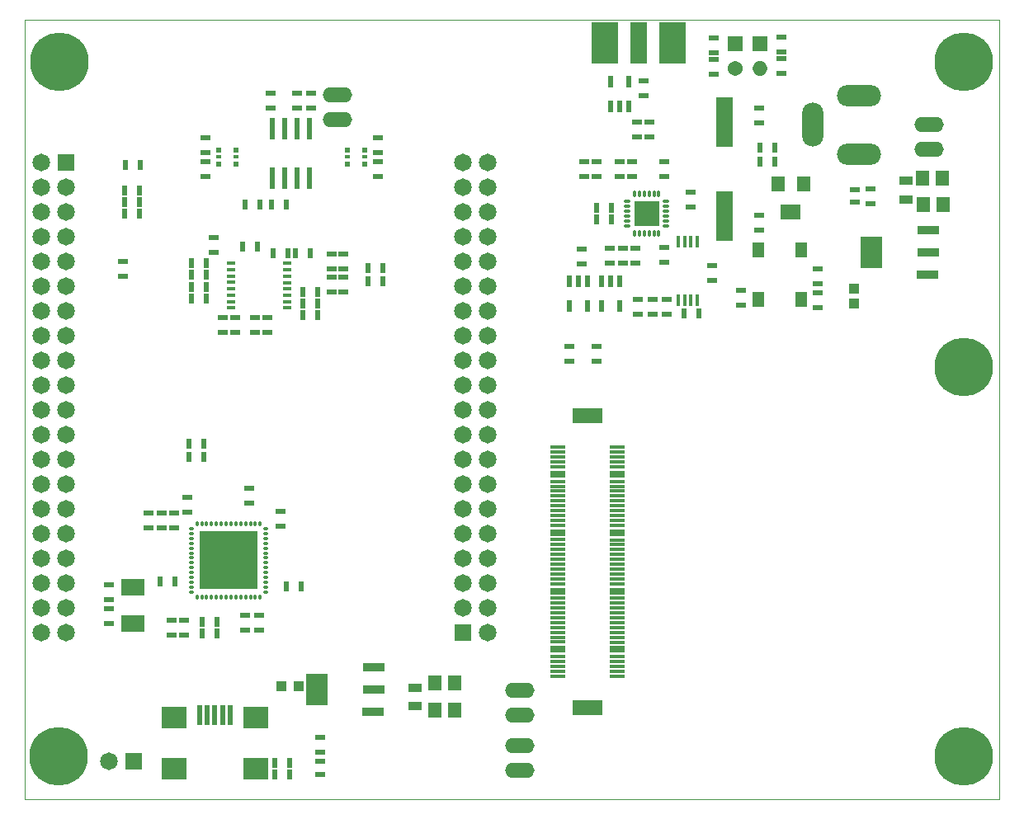
<source format=gts>
G04 (created by PCBNEW-RS274X (2012-08-04 BZR 3667)-testing) date 10/11/2012 4:33:33 PM*
%MOIN*%
G04 Gerber Fmt 3.4, Leading zero omitted, Abs format*
%FSLAX34Y34*%
G01*
G70*
G90*
G04 APERTURE LIST*
%ADD10C,0.006*%
%ADD11C,0.0039*%
%ADD12R,0.0517X0.0635*%
%ADD13R,0.0419X0.0431*%
%ADD14R,0.0143X0.0478*%
%ADD15R,0.0144X0.0478*%
%ADD16R,0.0242X0.0478*%
%ADD17R,0.0242X0.0872*%
%ADD18R,0.0557X0.036*%
%ADD19R,0.04X0.0223*%
%ADD20R,0.0223X0.04*%
%ADD21R,0.0431X0.0419*%
%ADD22R,0.0202X0.0202*%
%ADD23R,0.0202X0.0163*%
%ADD24R,0.0706X0.2006*%
%ADD25R,0.0951X0.0675*%
%ADD26R,0.0636X0.0124*%
%ADD27R,0.0636X0.0282*%
%ADD28R,0.1226X0.0636*%
%ADD29R,0.0399X0.0242*%
%ADD30R,0.0202X0.0793*%
%ADD31R,0.099X0.0872*%
%ADD32R,0.0518X0.0636*%
%ADD33R,0.0793X0.0636*%
%ADD34R,0.0478X0.0597*%
%ADD35R,0.0852X0.038*%
%ADD36R,0.0852X0.1286*%
%ADD37R,0.036X0.0143*%
%ADD38O,0.1185X0.0606*%
%ADD39R,0.0706X0.1656*%
%ADD40R,0.1056X0.1656*%
%ADD41R,0.0606X0.0606*%
%ADD42O,0.0606X0.0606*%
%ADD43C,0.0606*%
%ADD44O,0.1778X0.0866*%
%ADD45O,0.0866X0.1778*%
%ADD46C,0.2368*%
%ADD47C,0.0713*%
%ADD48R,0.0713X0.0713*%
%ADD49C,0.0478*%
%ADD50R,0.2368X0.2368*%
%ADD51O,0.0241X0.0123*%
%ADD52O,0.0123X0.0241*%
%ADD53R,0.1006X0.1006*%
%ADD54O,0.0321X0.0104*%
%ADD55O,0.0104X0.0321*%
G04 APERTURE END LIST*
G54D10*
G54D11*
X37795Y-22047D02*
X37795Y-53542D01*
X77165Y-22047D02*
X37795Y-22047D01*
X77165Y-53542D02*
X77165Y-22047D01*
X37795Y-53542D02*
X77165Y-53542D01*
G54D12*
X74094Y-29527D03*
X74882Y-29527D03*
X74055Y-28464D03*
X74843Y-28464D03*
X54370Y-48858D03*
X55158Y-48858D03*
X54370Y-49961D03*
X55158Y-49961D03*
G54D13*
X48848Y-48976D03*
X48160Y-48976D03*
G54D14*
X64961Y-31024D03*
G54D15*
X64705Y-31023D03*
X64449Y-31023D03*
X64193Y-31023D03*
G54D14*
X64961Y-33386D03*
G54D15*
X64705Y-33386D03*
X64449Y-33386D03*
X64193Y-33386D03*
G54D16*
X60532Y-32614D03*
X59782Y-32614D03*
X60532Y-33614D03*
X60157Y-32614D03*
X59782Y-33614D03*
X61830Y-32614D03*
X61080Y-32614D03*
X61830Y-33614D03*
X61455Y-32614D03*
X61080Y-33614D03*
X61444Y-25542D03*
X62194Y-25542D03*
X61444Y-24542D03*
X61819Y-25542D03*
X62194Y-24542D03*
G54D17*
X47774Y-28449D03*
X48274Y-28449D03*
X48774Y-28449D03*
X49274Y-28449D03*
X49274Y-26449D03*
X48774Y-26449D03*
X48274Y-26449D03*
X47774Y-26449D03*
G54D18*
X53543Y-49784D03*
X53543Y-49034D03*
X73386Y-28562D03*
X73386Y-29312D03*
G54D19*
X64685Y-29030D03*
X64685Y-29630D03*
X68354Y-23633D03*
X68354Y-24233D03*
G54D20*
X67475Y-27795D03*
X68075Y-27795D03*
G54D19*
X67441Y-26205D03*
X67441Y-25605D03*
X67441Y-29936D03*
X67441Y-30536D03*
X65551Y-31983D03*
X65551Y-32583D03*
G54D20*
X64432Y-33925D03*
X65032Y-33925D03*
G54D19*
X63740Y-33361D03*
X63740Y-33961D03*
X65618Y-23656D03*
X65618Y-24256D03*
X69830Y-32125D03*
X69830Y-32725D03*
X66717Y-33576D03*
X66717Y-32976D03*
X69830Y-33070D03*
X69830Y-33670D03*
X62783Y-25126D03*
X62783Y-24526D03*
X62559Y-33361D03*
X62559Y-33961D03*
X61437Y-31274D03*
X61437Y-31874D03*
X60275Y-31314D03*
X60275Y-31914D03*
X65618Y-22798D03*
X65618Y-23398D03*
X68354Y-22759D03*
X68354Y-23359D03*
G54D20*
X68075Y-27224D03*
X67475Y-27224D03*
G54D19*
X63622Y-31255D03*
X63622Y-31855D03*
X63622Y-28370D03*
X63622Y-27770D03*
G54D20*
X61501Y-30118D03*
X60901Y-30118D03*
G54D19*
X62441Y-31274D03*
X62441Y-31874D03*
G54D20*
X61501Y-29645D03*
X60901Y-29645D03*
G54D19*
X62323Y-28370D03*
X62323Y-27770D03*
X61949Y-31874D03*
X61949Y-31274D03*
X61811Y-27770D03*
X61811Y-28370D03*
X63149Y-33361D03*
X63149Y-33961D03*
G54D21*
X71299Y-32927D03*
X71299Y-33527D03*
G54D19*
X44213Y-46314D03*
X44213Y-46914D03*
X41181Y-45842D03*
X41181Y-46442D03*
X41181Y-45497D03*
X41181Y-44897D03*
X47244Y-46717D03*
X47244Y-46117D03*
X43307Y-41983D03*
X43307Y-42583D03*
X44350Y-41934D03*
X44350Y-41334D03*
X42795Y-41983D03*
X42795Y-42583D03*
G54D20*
X43843Y-44764D03*
X43243Y-44764D03*
G54D19*
X43819Y-42583D03*
X43819Y-41983D03*
X48110Y-42505D03*
X48110Y-41905D03*
X46850Y-41580D03*
X46850Y-40980D03*
G54D20*
X48361Y-44961D03*
X48961Y-44961D03*
G54D19*
X46693Y-46117D03*
X46693Y-46717D03*
G54D20*
X45556Y-46378D03*
X44956Y-46378D03*
X45556Y-46850D03*
X44956Y-46850D03*
G54D19*
X43740Y-46314D03*
X43740Y-46914D03*
X60394Y-28371D03*
X60394Y-27771D03*
X47716Y-25014D03*
X47716Y-25614D03*
X48779Y-25614D03*
X48779Y-25014D03*
X49370Y-25614D03*
X49370Y-25014D03*
G54D20*
X46688Y-29508D03*
X47288Y-29508D03*
X47751Y-29508D03*
X48351Y-29508D03*
X41826Y-28937D03*
X42426Y-28937D03*
X41865Y-27913D03*
X42465Y-27913D03*
X42426Y-29409D03*
X41826Y-29409D03*
X42426Y-29881D03*
X41826Y-29881D03*
G54D19*
X60906Y-28371D03*
X60906Y-27771D03*
X63039Y-26780D03*
X63039Y-26180D03*
X62527Y-26780D03*
X62527Y-26180D03*
G54D20*
X45024Y-39705D03*
X44424Y-39705D03*
X48489Y-52559D03*
X47889Y-52559D03*
X48489Y-52087D03*
X47889Y-52087D03*
G54D19*
X45079Y-27771D03*
X45079Y-28371D03*
X45079Y-27426D03*
X45079Y-26826D03*
X60906Y-35251D03*
X60906Y-35851D03*
X59803Y-35251D03*
X59803Y-35851D03*
X52047Y-27771D03*
X52047Y-28371D03*
X52047Y-27426D03*
X52047Y-26826D03*
G54D22*
X45629Y-27303D03*
G54D23*
X45629Y-27598D03*
G54D22*
X45629Y-27893D03*
X46338Y-27893D03*
G54D23*
X46338Y-27598D03*
G54D22*
X46338Y-27303D03*
X51535Y-27892D03*
G54D23*
X51535Y-27597D03*
G54D22*
X51535Y-27302D03*
X50826Y-27302D03*
G54D23*
X50826Y-27597D03*
G54D22*
X50826Y-27892D03*
G54D19*
X49724Y-51639D03*
X49724Y-51039D03*
X71949Y-28873D03*
X71949Y-29473D03*
G54D20*
X49031Y-33524D03*
X49631Y-33524D03*
X45024Y-39193D03*
X44424Y-39193D03*
X49031Y-33051D03*
X49631Y-33051D03*
X49031Y-33996D03*
X49631Y-33996D03*
X48716Y-31476D03*
X49316Y-31476D03*
G54D19*
X50669Y-32131D03*
X50669Y-31531D03*
X50669Y-32436D03*
X50669Y-33036D03*
G54D20*
X48410Y-31476D03*
X47810Y-31476D03*
G54D19*
X50177Y-32131D03*
X50177Y-31531D03*
X50177Y-32436D03*
X50177Y-33036D03*
G54D20*
X45123Y-32362D03*
X44523Y-32362D03*
X46590Y-31220D03*
X47190Y-31220D03*
G54D19*
X45433Y-31461D03*
X45433Y-30861D03*
G54D20*
X45123Y-32835D03*
X44523Y-32835D03*
X45123Y-33307D03*
X44523Y-33307D03*
G54D19*
X47598Y-34090D03*
X47598Y-34690D03*
X45787Y-34090D03*
X45787Y-34690D03*
X46299Y-34090D03*
X46299Y-34690D03*
X47087Y-34090D03*
X47087Y-34690D03*
G54D20*
X45123Y-31890D03*
X44523Y-31890D03*
G54D19*
X41752Y-32426D03*
X41752Y-31826D03*
G54D20*
X51669Y-32067D03*
X52269Y-32067D03*
X51669Y-32618D03*
X52269Y-32618D03*
G54D24*
X66063Y-26170D03*
X66063Y-29970D03*
G54D25*
X42165Y-46437D03*
X42165Y-44981D03*
G54D26*
X59314Y-39326D03*
X59314Y-39523D03*
X59314Y-39720D03*
X59314Y-39917D03*
X59314Y-40113D03*
G54D27*
X59314Y-40409D03*
G54D26*
X59314Y-40704D03*
X59314Y-40901D03*
X59314Y-41098D03*
X59314Y-41295D03*
X59314Y-41491D03*
X59314Y-41688D03*
X59314Y-41885D03*
X59314Y-42082D03*
X59314Y-42279D03*
X59314Y-42476D03*
G54D27*
X59314Y-42771D03*
G54D26*
X59314Y-43066D03*
X59314Y-43263D03*
X59314Y-43460D03*
X59314Y-43657D03*
X59314Y-43854D03*
X59314Y-44050D03*
X59314Y-44247D03*
X59314Y-44444D03*
X59314Y-44641D03*
X59314Y-44838D03*
G54D27*
X59314Y-45134D03*
G54D26*
X59314Y-45428D03*
X59314Y-45625D03*
X59314Y-45822D03*
X59314Y-46019D03*
X59314Y-46216D03*
X59314Y-46413D03*
X59314Y-46609D03*
X59314Y-46806D03*
X59314Y-47003D03*
X59314Y-47200D03*
G54D27*
X59314Y-47496D03*
G54D26*
X59314Y-47791D03*
X59314Y-47987D03*
X59314Y-48184D03*
X59314Y-48381D03*
X59314Y-48578D03*
X61716Y-48580D03*
X61716Y-48383D03*
X61716Y-48186D03*
X61716Y-47989D03*
X61716Y-47793D03*
G54D27*
X61716Y-47498D03*
G54D26*
X61716Y-47202D03*
X61716Y-47005D03*
X61716Y-46808D03*
X61716Y-46611D03*
X61716Y-46415D03*
X61716Y-46218D03*
X61716Y-46021D03*
X61716Y-45824D03*
X61716Y-45627D03*
X61716Y-45430D03*
G54D27*
X61716Y-45135D03*
G54D26*
X61716Y-44839D03*
X61716Y-44642D03*
X61716Y-44445D03*
X61716Y-44248D03*
X61716Y-44052D03*
X61716Y-43855D03*
X61716Y-43658D03*
X61716Y-43461D03*
X61716Y-43264D03*
X61716Y-43067D03*
G54D27*
X61716Y-42772D03*
G54D26*
X61716Y-42476D03*
X61716Y-42279D03*
X61716Y-42082D03*
X61716Y-41885D03*
X61716Y-41689D03*
X61716Y-41492D03*
X61716Y-41295D03*
X61716Y-41098D03*
X61716Y-40901D03*
X61716Y-40704D03*
G54D27*
X61716Y-40409D03*
G54D26*
X61716Y-40113D03*
X61716Y-39917D03*
X61716Y-39720D03*
X61716Y-39523D03*
X61716Y-39326D03*
G54D28*
X60519Y-49838D03*
X60519Y-38066D03*
G54D29*
X71319Y-28916D03*
X71323Y-29428D03*
X49724Y-52026D03*
X49728Y-52538D03*
G54D30*
X44843Y-50139D03*
X45158Y-50139D03*
X45472Y-50139D03*
X45786Y-50139D03*
X46101Y-50139D03*
G54D31*
X47125Y-52323D03*
X43819Y-52323D03*
X43819Y-50237D03*
X47125Y-50237D03*
G54D32*
X68238Y-28680D03*
X69242Y-28680D03*
G54D33*
X68740Y-29822D03*
G54D34*
X67429Y-33345D03*
X67429Y-31345D03*
X69161Y-31345D03*
X69161Y-33345D03*
G54D35*
X51859Y-50020D03*
X51898Y-49114D03*
X51879Y-48209D03*
G54D36*
X49576Y-49114D03*
G54D35*
X74260Y-32361D03*
X74299Y-31455D03*
X74280Y-30550D03*
G54D36*
X71977Y-31455D03*
G54D37*
X46112Y-31899D03*
X46112Y-32155D03*
X46112Y-32411D03*
X46112Y-32666D03*
X46112Y-32922D03*
X46112Y-33179D03*
X46112Y-33434D03*
X46112Y-33689D03*
X48376Y-33690D03*
X48376Y-33434D03*
X48376Y-33179D03*
X48376Y-32923D03*
X48376Y-32667D03*
X48376Y-32411D03*
X48376Y-32155D03*
X48376Y-31899D03*
G54D38*
X50432Y-25089D03*
X50432Y-26088D03*
X57781Y-50138D03*
X57781Y-49139D03*
X57781Y-52383D03*
X57781Y-51384D03*
X74331Y-26276D03*
X74331Y-27275D03*
G54D39*
X62597Y-22978D03*
G54D40*
X61221Y-22978D03*
X63973Y-22978D03*
G54D41*
X67493Y-23001D03*
G54D42*
X67493Y-24001D03*
G54D41*
X66494Y-23001D03*
G54D43*
X66494Y-24001D03*
G54D44*
X71500Y-25117D03*
G54D45*
X69610Y-26299D03*
G54D44*
X71500Y-27480D03*
G54D46*
X75717Y-23764D03*
X75717Y-36079D03*
G54D47*
X38445Y-27826D03*
X38445Y-28826D03*
X38445Y-29826D03*
X38445Y-30826D03*
X38445Y-31826D03*
X38445Y-32826D03*
X38445Y-33826D03*
X38445Y-34826D03*
X38445Y-35826D03*
X38445Y-36826D03*
X38445Y-37826D03*
X38445Y-38826D03*
X38445Y-39826D03*
X38445Y-40826D03*
X38445Y-41826D03*
X38445Y-42826D03*
X38445Y-43826D03*
X38445Y-44826D03*
X38445Y-45826D03*
X38445Y-46826D03*
X39444Y-28826D03*
X39444Y-29825D03*
X39445Y-30826D03*
X39445Y-31826D03*
X39445Y-32826D03*
X39445Y-33826D03*
X39445Y-34826D03*
X39445Y-35826D03*
X39445Y-36826D03*
X39445Y-38826D03*
X39445Y-37826D03*
X39445Y-39826D03*
X39445Y-40826D03*
X39445Y-41826D03*
X39445Y-42826D03*
X39445Y-43826D03*
X39445Y-44826D03*
X39445Y-45826D03*
X39444Y-46826D03*
G54D48*
X39444Y-27828D03*
G54D47*
X55496Y-27826D03*
X55496Y-28826D03*
X55496Y-29826D03*
X55496Y-30826D03*
X55496Y-31826D03*
X55496Y-32826D03*
X55496Y-33826D03*
X55496Y-34826D03*
X55496Y-35826D03*
X55496Y-36826D03*
X55496Y-37826D03*
X55496Y-38826D03*
X55496Y-39826D03*
X55496Y-40826D03*
X55495Y-41825D03*
X55496Y-42826D03*
X55496Y-43826D03*
X55496Y-44826D03*
X55496Y-45826D03*
G54D48*
X55494Y-46826D03*
G54D47*
X56496Y-27826D03*
X56496Y-28826D03*
X56496Y-29826D03*
X56496Y-30826D03*
X56496Y-31826D03*
X56496Y-32826D03*
X56496Y-34826D03*
X56496Y-33826D03*
X56496Y-36826D03*
X56496Y-35826D03*
X56496Y-37826D03*
X56496Y-39826D03*
X56496Y-38826D03*
X56496Y-46826D03*
X56496Y-45826D03*
X56496Y-44826D03*
X56496Y-43826D03*
X56496Y-41826D03*
X56496Y-40826D03*
X56496Y-42826D03*
X41194Y-52031D03*
G54D48*
X42195Y-52031D03*
G54D49*
X45747Y-44724D03*
X45747Y-44173D03*
X45747Y-43071D03*
X45747Y-43622D03*
X45196Y-43622D03*
X45196Y-43071D03*
X45196Y-44173D03*
X45196Y-44724D03*
X46299Y-44724D03*
X46299Y-44173D03*
X46299Y-43071D03*
X46299Y-43622D03*
X46850Y-43622D03*
X46850Y-43071D03*
X46850Y-44173D03*
G54D50*
X46023Y-43897D03*
G54D51*
X47519Y-43800D03*
X47519Y-43603D03*
X47519Y-43405D03*
X47519Y-43208D03*
X47519Y-43012D03*
X47519Y-42815D03*
X47519Y-42618D03*
X47519Y-45176D03*
X47519Y-44979D03*
X47519Y-44782D03*
X47519Y-44586D03*
X47519Y-44389D03*
X47519Y-44191D03*
X47519Y-43994D03*
G54D52*
X47303Y-42402D03*
X47106Y-42402D03*
X46909Y-42402D03*
X46711Y-42402D03*
X46516Y-42402D03*
X46318Y-42402D03*
X46121Y-42402D03*
X45925Y-42402D03*
X45730Y-42402D03*
X45532Y-42402D03*
X45335Y-42402D03*
X45139Y-42402D03*
X44942Y-42402D03*
X44745Y-42402D03*
G54D51*
X44529Y-42618D03*
X44529Y-42815D03*
X44529Y-43012D03*
X44529Y-43208D03*
X44529Y-43405D03*
X44529Y-43602D03*
X44529Y-43798D03*
X44529Y-43994D03*
X44529Y-44191D03*
X44529Y-44389D03*
X44529Y-44586D03*
X44529Y-44782D03*
X44529Y-44979D03*
X44529Y-45176D03*
G54D52*
X44745Y-45392D03*
X44942Y-45392D03*
X45139Y-45392D03*
X45335Y-45392D03*
X45532Y-45392D03*
X45729Y-45392D03*
X45925Y-45392D03*
X46121Y-45392D03*
X46318Y-45392D03*
X46516Y-45392D03*
X46713Y-45392D03*
X46909Y-45392D03*
X47106Y-45392D03*
X47303Y-45392D03*
G54D49*
X46850Y-44724D03*
G54D46*
X75717Y-51827D03*
X39173Y-51831D03*
X39177Y-23760D03*
G54D53*
X62912Y-29880D03*
G54D54*
X63699Y-30372D03*
X63699Y-30175D03*
X63699Y-29978D03*
X63699Y-29782D03*
X63699Y-29585D03*
X63699Y-29388D03*
G54D55*
X63404Y-29093D03*
X63207Y-29093D03*
X63010Y-29093D03*
X62814Y-29093D03*
X62617Y-29093D03*
X62420Y-29093D03*
G54D54*
X62125Y-29388D03*
X62125Y-29585D03*
X62125Y-29782D03*
X62125Y-29978D03*
X62125Y-30175D03*
X62125Y-30372D03*
G54D55*
X62420Y-30667D03*
X62617Y-30667D03*
X62814Y-30667D03*
X63010Y-30667D03*
X63207Y-30667D03*
X63404Y-30667D03*
M02*

</source>
